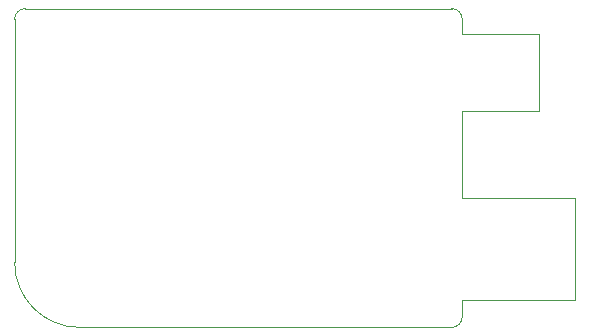
<source format=gm1>
G04 #@! TF.GenerationSoftware,KiCad,Pcbnew,7.0.2*
G04 #@! TF.CreationDate,2024-01-20T07:38:39+00:00*
G04 #@! TF.ProjectId,game-boy-zero-link-board,67616d65-2d62-46f7-992d-7a65726f2d6c,rev?*
G04 #@! TF.SameCoordinates,Original*
G04 #@! TF.FileFunction,Profile,NP*
%FSLAX46Y46*%
G04 Gerber Fmt 4.6, Leading zero omitted, Abs format (unit mm)*
G04 Created by KiCad (PCBNEW 7.0.2) date 2024-01-20 07:38:39*
%MOMM*%
%LPD*%
G01*
G04 APERTURE LIST*
G04 #@! TA.AperFunction,Profile*
%ADD10C,0.100000*%
G04 #@! TD*
G04 APERTURE END LIST*
D10*
X68309998Y-103885002D02*
G75*
G03*
X73809998Y-109385002I5500002J2D01*
G01*
X112710000Y-91034999D02*
X112710000Y-84534999D01*
X106205000Y-83285000D02*
G75*
G03*
X105305000Y-82385000I-900000J0D01*
G01*
X115760000Y-98434999D02*
X106210000Y-98434999D01*
X115760000Y-107034999D02*
X115760000Y-98434999D01*
X106205000Y-84534999D02*
X112710000Y-84534999D01*
X73809998Y-109385002D02*
X105305000Y-109385000D01*
X105305000Y-109385000D02*
G75*
G03*
X106205000Y-108485000I0J900000D01*
G01*
X106205000Y-83285000D02*
X106205000Y-84534999D01*
X69210000Y-82385000D02*
G75*
G03*
X68310000Y-83285000I0J-900000D01*
G01*
X106210000Y-91034999D02*
X106210000Y-98434999D01*
X106205000Y-107034999D02*
X106205000Y-108485000D01*
X106205000Y-107034999D02*
X115755000Y-107034999D01*
X68310000Y-83285000D02*
X68309998Y-103885002D01*
X106210000Y-91034999D02*
X112710000Y-91034999D01*
X105305000Y-82385000D02*
X69210000Y-82385000D01*
M02*

</source>
